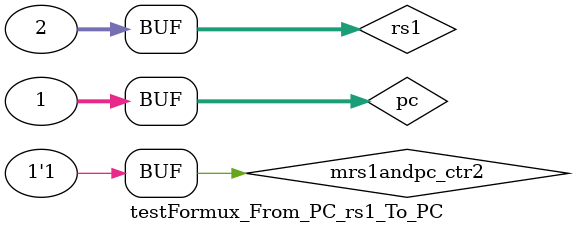
<source format=v>
`timescale 1ns / 1ps


module testFormux_From_PC_rs1_To_PC;
    reg mrs1andpc_ctr2;
    reg [31:0]pc;
    reg [31:0]rs1;
    wire [31:0]mrs1andpc_out;

    mux_From_PC_rs1_To_PC mux_From_PC_rs1_To_PC0(
        .mrs1andpc_ctr2(mrs1andpc_ctr2),
        .pc(pc),
        .rs1(rs1),
        .mrs1andpc_out(mrs1andpc_out)
    );

    initial begin
        pc=32'b0000_0000_0000_0000_0000_0000_0000_0001;
        rs1=32'b0000_0000_0000_0000_0000_0000_0000_0010;
        mrs1andpc_ctr2=1'b0;

        #10
        mrs1andpc_ctr2=1'b1;
    end
endmodule

</source>
